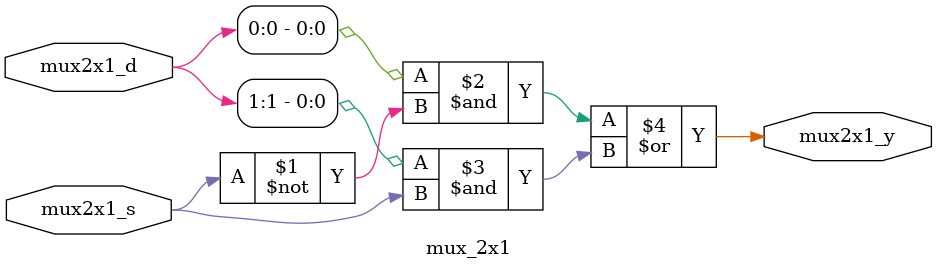
<source format=v>
module mux_2x1(
    input [1:0] mux2x1_d,
    input mux2x1_s,
    output mux2x1_y
    );
    
    assign mux2x1_y = (mux2x1_d[0]&~mux2x1_s)|(mux2x1_d[1]&mux2x1_s);

endmodule

</source>
